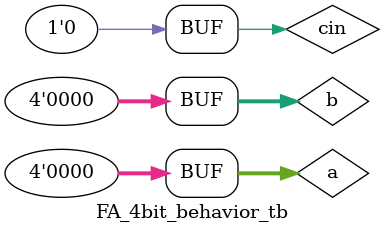
<source format=v>
module FA_4bit_behavior_tb;
  reg [3:0] a,b;
  reg cin;
  wire [3:0]s;
  wire cout;

  full_adder_4bit_bh fa4_dut(s,cout,a,b,cin);

  initial
    $monitor("time=%d \t a=%b \t b=%b \t cin=%b \t s=%b \t cout=%b",$time,a,b,cin,s,cout);
  initial begin
    a=0;
    b=0;
    cin=0;
    repeat(16) begin
      #10 a=a+1;
      repeat(16) begin
        #10 b=b+1;
        repeat(2)
          #10 cin=~cin;
      end
    end
  end
endmodule

</source>
